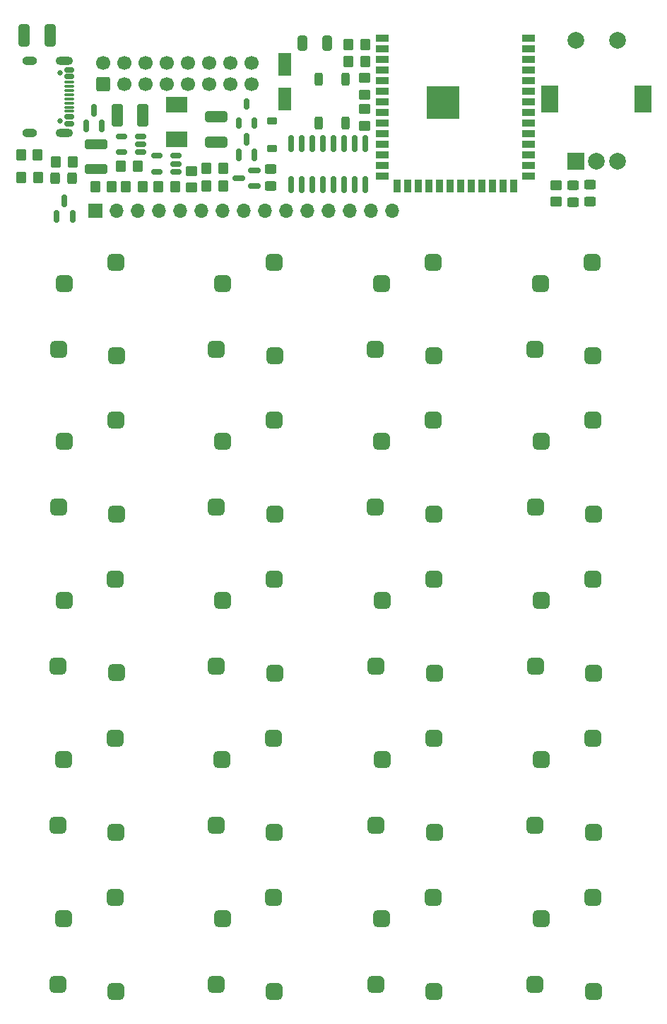
<source format=gbr>
%TF.GenerationSoftware,KiCad,Pcbnew,8.0.5-8.0.5-0~ubuntu22.04.1*%
%TF.CreationDate,2024-11-26T13:49:24+00:00*%
%TF.ProjectId,numcalcium,6e756d63-616c-4636-9975-6d2e6b696361,rev?*%
%TF.SameCoordinates,Original*%
%TF.FileFunction,Soldermask,Top*%
%TF.FilePolarity,Negative*%
%FSLAX46Y46*%
G04 Gerber Fmt 4.6, Leading zero omitted, Abs format (unit mm)*
G04 Created by KiCad (PCBNEW 8.0.5-8.0.5-0~ubuntu22.04.1) date 2024-11-26 13:49:24*
%MOMM*%
%LPD*%
G01*
G04 APERTURE LIST*
G04 Aperture macros list*
%AMRoundRect*
0 Rectangle with rounded corners*
0 $1 Rounding radius*
0 $2 $3 $4 $5 $6 $7 $8 $9 X,Y pos of 4 corners*
0 Add a 4 corners polygon primitive as box body*
4,1,4,$2,$3,$4,$5,$6,$7,$8,$9,$2,$3,0*
0 Add four circle primitives for the rounded corners*
1,1,$1+$1,$2,$3*
1,1,$1+$1,$4,$5*
1,1,$1+$1,$6,$7*
1,1,$1+$1,$8,$9*
0 Add four rect primitives between the rounded corners*
20,1,$1+$1,$2,$3,$4,$5,0*
20,1,$1+$1,$4,$5,$6,$7,0*
20,1,$1+$1,$6,$7,$8,$9,0*
20,1,$1+$1,$8,$9,$2,$3,0*%
G04 Aperture macros list end*
%ADD10RoundRect,0.250000X0.350000X0.450000X-0.350000X0.450000X-0.350000X-0.450000X0.350000X-0.450000X0*%
%ADD11RoundRect,0.150000X0.150000X-0.825000X0.150000X0.825000X-0.150000X0.825000X-0.150000X-0.825000X0*%
%ADD12RoundRect,0.250000X0.412500X1.100000X-0.412500X1.100000X-0.412500X-1.100000X0.412500X-1.100000X0*%
%ADD13RoundRect,0.500000X-0.500000X-0.500000X0.500000X-0.500000X0.500000X0.500000X-0.500000X0.500000X0*%
%ADD14RoundRect,0.250000X0.450000X-0.325000X0.450000X0.325000X-0.450000X0.325000X-0.450000X-0.325000X0*%
%ADD15RoundRect,0.250000X0.550000X-1.137500X0.550000X1.137500X-0.550000X1.137500X-0.550000X-1.137500X0*%
%ADD16RoundRect,0.250000X0.450000X-0.350000X0.450000X0.350000X-0.450000X0.350000X-0.450000X-0.350000X0*%
%ADD17R,2.000000X2.000000*%
%ADD18C,2.000000*%
%ADD19R,2.000000X3.200000*%
%ADD20RoundRect,0.250000X0.400000X1.075000X-0.400000X1.075000X-0.400000X-1.075000X0.400000X-1.075000X0*%
%ADD21RoundRect,0.250000X-1.075000X0.400000X-1.075000X-0.400000X1.075000X-0.400000X1.075000X0.400000X0*%
%ADD22RoundRect,0.250000X0.600000X-0.600000X0.600000X0.600000X-0.600000X0.600000X-0.600000X-0.600000X0*%
%ADD23C,1.700000*%
%ADD24RoundRect,0.250000X-0.350000X-0.450000X0.350000X-0.450000X0.350000X0.450000X-0.350000X0.450000X0*%
%ADD25RoundRect,0.150000X0.587500X0.150000X-0.587500X0.150000X-0.587500X-0.150000X0.587500X-0.150000X0*%
%ADD26R,1.700000X1.700000*%
%ADD27O,1.700000X1.700000*%
%ADD28RoundRect,0.250000X-1.100000X0.325000X-1.100000X-0.325000X1.100000X-0.325000X1.100000X0.325000X0*%
%ADD29RoundRect,0.150000X0.150000X-0.587500X0.150000X0.587500X-0.150000X0.587500X-0.150000X-0.587500X0*%
%ADD30RoundRect,0.250000X-0.450000X0.350000X-0.450000X-0.350000X0.450000X-0.350000X0.450000X0.350000X0*%
%ADD31R,1.500000X0.900000*%
%ADD32R,0.900000X1.500000*%
%ADD33C,0.600000*%
%ADD34R,3.900000X3.900000*%
%ADD35R,2.500000X1.900000*%
%ADD36RoundRect,0.250000X0.325000X0.650000X-0.325000X0.650000X-0.325000X-0.650000X0.325000X-0.650000X0*%
%ADD37RoundRect,0.250000X-0.250000X0.525000X-0.250000X-0.525000X0.250000X-0.525000X0.250000X0.525000X0*%
%ADD38C,0.650000*%
%ADD39RoundRect,0.150000X-0.425000X0.150000X-0.425000X-0.150000X0.425000X-0.150000X0.425000X0.150000X0*%
%ADD40RoundRect,0.075000X-0.500000X0.075000X-0.500000X-0.075000X0.500000X-0.075000X0.500000X0.075000X0*%
%ADD41O,2.100000X1.000000*%
%ADD42O,1.800000X1.000000*%
%ADD43RoundRect,0.150000X0.512500X0.150000X-0.512500X0.150000X-0.512500X-0.150000X0.512500X-0.150000X0*%
%ADD44RoundRect,0.250000X-0.325000X-0.450000X0.325000X-0.450000X0.325000X0.450000X-0.325000X0.450000X0*%
%ADD45RoundRect,0.150000X0.150000X-0.512500X0.150000X0.512500X-0.150000X0.512500X-0.150000X-0.512500X0*%
%ADD46RoundRect,0.225000X-0.375000X0.225000X-0.375000X-0.225000X0.375000X-0.225000X0.375000X0.225000X0*%
G04 APERTURE END LIST*
D10*
%TO.C,R16*%
X2893846Y12190246D03*
X893846Y12190246D03*
%TD*%
D11*
%TO.C,U3*%
X33272246Y8611846D03*
X34542246Y8611846D03*
X35812246Y8611846D03*
X37082246Y8611846D03*
X38352246Y8611846D03*
X39622246Y8611846D03*
X40892246Y8611846D03*
X42162246Y8611846D03*
X42162246Y13561846D03*
X40892246Y13561846D03*
X39622246Y13561846D03*
X38352246Y13561846D03*
X37082246Y13561846D03*
X35812246Y13561846D03*
X34542246Y13561846D03*
X33272246Y13561846D03*
%TD*%
D12*
%TO.C,C3*%
X15530746Y16914646D03*
X12405746Y16914646D03*
%TD*%
D13*
%TO.C,SW15*%
X50250246Y-19585154D03*
X50350246Y-30800154D03*
X43350246Y-30000154D03*
X44100246Y-22125154D03*
%TD*%
D14*
%TO.C,D22*%
X67054246Y6526446D03*
X67054246Y8576446D03*
%TD*%
D13*
%TO.C,SW6*%
X31155246Y-57684154D03*
X31255246Y-68899154D03*
X24255246Y-68099154D03*
X25005246Y-60224154D03*
%TD*%
D10*
%TO.C,R2*%
X11777246Y8354846D03*
X9777246Y8354846D03*
%TD*%
D13*
%TO.C,SW1*%
X12190246Y-76735154D03*
X12290246Y-87950154D03*
X5290246Y-87150154D03*
X6040246Y-79275154D03*
%TD*%
%TO.C,SW16*%
X69427246Y-19585154D03*
X69527246Y-30800154D03*
X62527246Y-30000154D03*
X63277246Y-22125154D03*
%TD*%
D10*
%TO.C,R14*%
X42146246Y23366246D03*
X40146246Y23366246D03*
%TD*%
%TO.C,R9*%
X19346446Y8380246D03*
X17346446Y8380246D03*
%TD*%
D15*
%TO.C,C6*%
X32510246Y18911046D03*
X32510246Y23036046D03*
%TD*%
D10*
%TO.C,R17*%
X2944646Y9497846D03*
X944646Y9497846D03*
%TD*%
D16*
%TO.C,R5*%
X42111446Y15695446D03*
X42111446Y17695446D03*
%TD*%
D13*
%TO.C,SW18*%
X31200246Y-662154D03*
X31300246Y-11877154D03*
X24300246Y-11077154D03*
X25050246Y-3202154D03*
%TD*%
%TO.C,SW17*%
X12277246Y-662154D03*
X12377246Y-11877154D03*
X5377246Y-11077154D03*
X6127246Y-3202154D03*
%TD*%
D10*
%TO.C,R4*%
X14866646Y10793246D03*
X12866646Y10793246D03*
%TD*%
D17*
%TO.C,SW21*%
X67360246Y11395846D03*
D18*
X72360246Y11395846D03*
X69860246Y11395846D03*
D19*
X64260246Y18895846D03*
X75460246Y18895846D03*
D18*
X72360246Y25895846D03*
X67360246Y25895846D03*
%TD*%
D20*
%TO.C,C5*%
X4393046Y26515846D03*
X1293046Y26515846D03*
%TD*%
D21*
%TO.C,C2*%
X24255246Y16788846D03*
X24255246Y13688846D03*
%TD*%
D22*
%TO.C,J1*%
X10767846Y20673846D03*
D23*
X10767846Y23213846D03*
X13307846Y20673846D03*
X13307846Y23213846D03*
X15847846Y20673846D03*
X15847846Y23213846D03*
X18387846Y20673846D03*
X18387846Y23213846D03*
X20927846Y20673846D03*
X20927846Y23213846D03*
X23467846Y20673846D03*
X23467846Y23213846D03*
X26007846Y20673846D03*
X26007846Y23213846D03*
X28547846Y20673846D03*
X28547846Y23213846D03*
%TD*%
D13*
%TO.C,SW14*%
X31200246Y-19585154D03*
X31300246Y-30800154D03*
X24300246Y-30000154D03*
X25050246Y-22125154D03*
%TD*%
%TO.C,SW10*%
X31200246Y-38634154D03*
X31300246Y-49849154D03*
X24300246Y-49049154D03*
X25050246Y-41174154D03*
%TD*%
D24*
%TO.C,R15*%
X23144246Y10615446D03*
X25144246Y10615446D03*
%TD*%
D16*
%TO.C,R12*%
X65022246Y6558446D03*
X65022246Y8558446D03*
%TD*%
D25*
%TO.C,Q6*%
X28875746Y8420846D03*
X28875746Y10320846D03*
X27000746Y9370846D03*
%TD*%
D26*
%TO.C,IPC1*%
X9853446Y5535446D03*
D27*
X12393446Y5535446D03*
X14933446Y5535446D03*
X17473446Y5535446D03*
X20013446Y5535446D03*
X22553446Y5535446D03*
X25093446Y5535446D03*
X27633446Y5535446D03*
X30173446Y5535446D03*
X32713446Y5535446D03*
X35253446Y5535446D03*
X37793446Y5535446D03*
X40333446Y5535446D03*
X42873446Y5535446D03*
X45413446Y5535446D03*
%TD*%
D28*
%TO.C,C1*%
X9904246Y13462046D03*
X9904246Y10512046D03*
%TD*%
D29*
%TO.C,Q7*%
X5171946Y4801146D03*
X7071946Y4801146D03*
X6121946Y6676146D03*
%TD*%
D30*
%TO.C,R8*%
X21308846Y10253246D03*
X21308846Y8253246D03*
%TD*%
D31*
%TO.C,U4*%
X44220246Y26187846D03*
X44220246Y24917846D03*
X44220246Y23647846D03*
X44220246Y22377846D03*
X44220246Y21107846D03*
X44220246Y19837846D03*
X44220246Y18567846D03*
X44220246Y17297846D03*
X44220246Y16027846D03*
X44220246Y14757846D03*
X44220246Y13487846D03*
X44220246Y12217846D03*
X44220246Y10947846D03*
X44220246Y9677846D03*
D32*
X45985246Y8427846D03*
X47255246Y8427846D03*
X48525246Y8427846D03*
X49795246Y8427846D03*
X51065246Y8427846D03*
X52335246Y8427846D03*
X53605246Y8427846D03*
X54875246Y8427846D03*
X56145246Y8427846D03*
X57415246Y8427846D03*
X58685246Y8427846D03*
X59955246Y8427846D03*
D31*
X61720246Y9677846D03*
X61720246Y10947846D03*
X61720246Y12217846D03*
X61720246Y13487846D03*
X61720246Y14757846D03*
X61720246Y16027846D03*
X61720246Y17297846D03*
X61720246Y18567846D03*
X61720246Y19837846D03*
X61720246Y21107846D03*
X61720246Y22377846D03*
X61720246Y23647846D03*
X61720246Y24917846D03*
X61720246Y26187846D03*
D33*
X50070246Y19167846D03*
X50070246Y17767846D03*
X50770246Y19867846D03*
X50770246Y18467846D03*
X50770246Y17067846D03*
X51470246Y19167846D03*
D34*
X51470246Y18467846D03*
D33*
X51470246Y17767846D03*
X52170246Y19867846D03*
X52170246Y18467846D03*
X52170246Y17067846D03*
X52870246Y19167846D03*
X52870246Y17767846D03*
%TD*%
D35*
%TO.C,L1*%
X19556246Y14069846D03*
X19556246Y18169846D03*
%TD*%
D10*
%TO.C,R11*%
X7110246Y11377446D03*
X5110246Y11377446D03*
%TD*%
D13*
%TO.C,SW3*%
X50290246Y-76735154D03*
X50390246Y-87950154D03*
X43390246Y-87150154D03*
X44140246Y-79275154D03*
%TD*%
%TO.C,SW20*%
X69340246Y-662154D03*
X69440246Y-11877154D03*
X62440246Y-11077154D03*
X63190246Y-3202154D03*
%TD*%
D24*
%TO.C,R3*%
X13485646Y8354846D03*
X15485646Y8354846D03*
%TD*%
D13*
%TO.C,SW2*%
X31167246Y-76735154D03*
X31267246Y-87950154D03*
X24267246Y-87150154D03*
X25017246Y-79275154D03*
%TD*%
%TO.C,SW9*%
X12217246Y-38600154D03*
X12317246Y-49815154D03*
X5317246Y-49015154D03*
X6067246Y-41140154D03*
%TD*%
D24*
%TO.C,R10*%
X23128246Y8431046D03*
X25128246Y8431046D03*
%TD*%
D13*
%TO.C,SW4*%
X69394246Y-76735154D03*
X69494246Y-87950154D03*
X62494246Y-87150154D03*
X63244246Y-79275154D03*
%TD*%
%TO.C,SW11*%
X50332246Y-38634154D03*
X50432246Y-49849154D03*
X43432246Y-49049154D03*
X44182246Y-41174154D03*
%TD*%
%TO.C,SW13*%
X12277246Y-19585154D03*
X12377246Y-30800154D03*
X5377246Y-30000154D03*
X6127246Y-22125154D03*
%TD*%
D36*
%TO.C,C7*%
X37590246Y25550646D03*
X34640246Y25550646D03*
%TD*%
D13*
%TO.C,SW5*%
X12190246Y-57685154D03*
X12290246Y-68900154D03*
X5290246Y-68100154D03*
X6040246Y-60225154D03*
%TD*%
%TO.C,SW19*%
X50250246Y-662154D03*
X50350246Y-11877154D03*
X43350246Y-11077154D03*
X44100246Y-3202154D03*
%TD*%
D37*
%TO.C,SW22*%
X39749246Y21224846D03*
X39749246Y15974846D03*
X36549246Y21224846D03*
X36549246Y15974846D03*
%TD*%
D38*
%TO.C,J2*%
X5594246Y22037846D03*
X5594246Y16257846D03*
D39*
X6669246Y22347846D03*
X6669246Y21547846D03*
D40*
X6669246Y20397846D03*
X6669246Y19397846D03*
X6669246Y18897846D03*
X6669246Y17897846D03*
D39*
X6669246Y16747846D03*
X6669246Y15947846D03*
X6669246Y15947846D03*
X6669246Y16747846D03*
D40*
X6669246Y17397846D03*
X6669246Y18397846D03*
X6669246Y19897846D03*
X6669246Y20897846D03*
D39*
X6669246Y21547846D03*
X6669246Y22347846D03*
D41*
X6094246Y23467846D03*
D42*
X1914246Y23467846D03*
D41*
X6094246Y14827846D03*
D42*
X1914246Y14827846D03*
%TD*%
D13*
%TO.C,SW8*%
X69382246Y-57684154D03*
X69482246Y-68899154D03*
X62482246Y-68099154D03*
X63232246Y-60224154D03*
%TD*%
D29*
%TO.C,Q3*%
X26988246Y12164846D03*
X28888246Y12164846D03*
X27938246Y14039846D03*
%TD*%
D43*
%TO.C,U2*%
X19429246Y10158246D03*
X19429246Y11108246D03*
X19429246Y12058246D03*
X17154246Y12058246D03*
X17154246Y10158246D03*
%TD*%
D13*
%TO.C,SW7*%
X50332246Y-57684154D03*
X50432246Y-68899154D03*
X43432246Y-68099154D03*
X44182246Y-60224154D03*
%TD*%
D44*
%TO.C,D21*%
X4976646Y9396246D03*
X7026646Y9396246D03*
%TD*%
D45*
%TO.C,U6*%
X26988246Y15980346D03*
X28888246Y15980346D03*
X27938246Y18255346D03*
%TD*%
D13*
%TO.C,SW12*%
X69427246Y-38635154D03*
X69527246Y-49850154D03*
X62527246Y-49050154D03*
X63277246Y-41175154D03*
%TD*%
D16*
%TO.C,R6*%
X42060646Y19411446D03*
X42060646Y21411446D03*
%TD*%
D10*
%TO.C,C8*%
X42162246Y25398246D03*
X40162246Y25398246D03*
%TD*%
D29*
%TO.C,Q1*%
X8700246Y15649246D03*
X10600246Y15649246D03*
X9650246Y17524246D03*
%TD*%
D14*
%TO.C,D23*%
X69086246Y6577246D03*
X69086246Y8627246D03*
%TD*%
D46*
%TO.C,D28*%
X30986246Y16227846D03*
X30986246Y12927846D03*
%TD*%
D14*
%TO.C,D24*%
X30833846Y8481846D03*
X30833846Y10531846D03*
%TD*%
D43*
%TO.C,U1*%
X15258146Y12496146D03*
X15258146Y13446146D03*
X15258146Y14396146D03*
X12983146Y14396146D03*
X12983146Y12496146D03*
%TD*%
M02*

</source>
